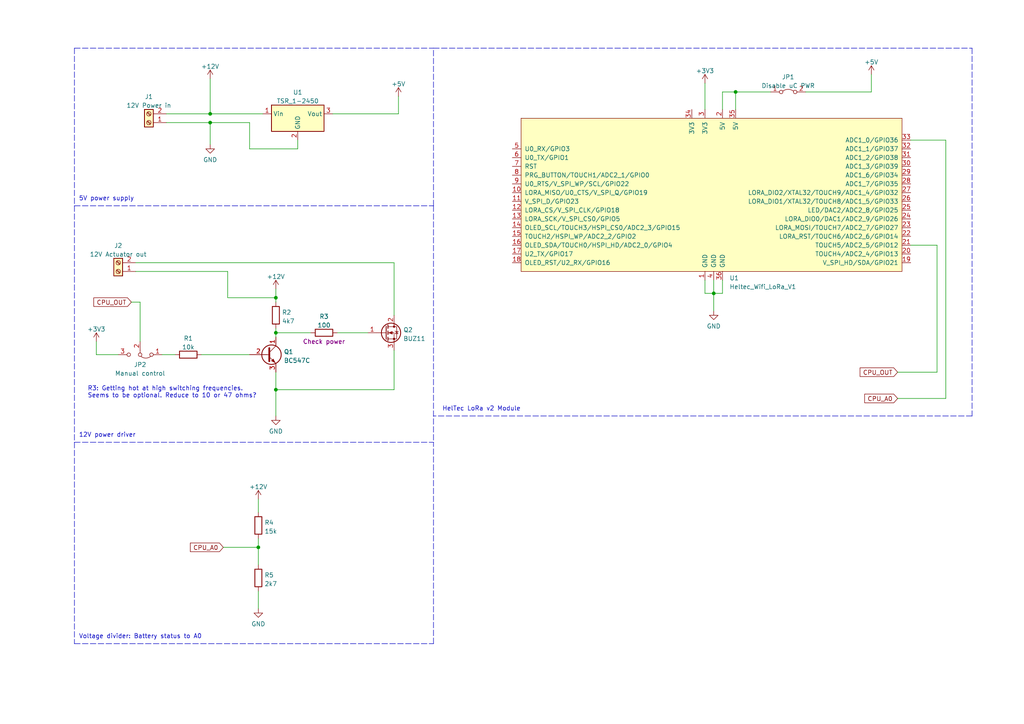
<source format=kicad_sch>
(kicad_sch (version 20211123) (generator eeschema)
  (paper "A4")
  (title_block (title "Actuator WolfNet") (date "2022-08-04") (rev "1") (company "ComNets, Uni Bremen, Jens Dede"))
  (lib_symbols
    (symbol "Connector:Screw_Terminal_01x02" (pin_names (offset 1.016) hide)
      (property "Reference" "J" (at 0 2.54 0))
      (property "Value" "Screw_Terminal_01x02" (at 0 -5.08 0))
      (symbol "Screw_Terminal_01x02_1_1"
        (rectangle (start -1.27 1.27) (end 1.27 -3.81) (stroke (width 0.254)) (fill (type background)))
        (circle (center 0 -2.54) (radius 0.635) (stroke (width 0.1524)))
        (polyline (pts (xy -0.5334 -2.2098) (xy 0.3302 -3.048)) (stroke (width 0.1524)))
        (polyline (pts (xy -0.5334 0.3302) (xy 0.3302 -0.508)) (stroke (width 0.1524)))
        (polyline (pts (xy -0.3556 -2.032) (xy 0.508 -2.8702)) (stroke (width 0.1524)))
        (polyline (pts (xy -0.3556 0.508) (xy 0.508 -0.3302)) (stroke (width 0.1524)))
        (circle (center 0 0) (radius 0.635) (stroke (width 0.1524)))
        (pin passive line (at -5.08 0 0) (length 3.81) (name "Pin_1") (number "1"))
        (pin passive line (at -5.08 -2.54 0) (length 3.81) (name "Pin_2") (number "2"))
      )
    )
    (symbol "Device:R" (pin_numbers hide) (pin_names (offset 0))
      (property "Reference" "R" (at 2.032 0 90))
      (property "Value" "R" (at 0 0 90))
      (symbol "R_0_1"
        (rectangle (start -1.016 -2.54) (end 1.016 2.54) (stroke (width 0.254)))
      )
      (symbol "R_1_1"
        (pin passive line (at 0 3.81 270) (length 1.27) (name "~") (number "1"))
        (pin passive line (at 0 -3.81 90) (length 1.27) (name "~") (number "2"))
      )
    )
    (symbol "Jumper:Jumper_2_Bridged" (pin_names (offset 0) hide)
      (property "Reference" "JP" (at 0 1.905 0))
      (property "Value" "Jumper_2_Bridged" (at 0 -2.54 0))
      (symbol "Jumper_2_Bridged_0_0"
        (circle (center -2.032 0) (radius 0.508))
        (circle (center 2.032 0) (radius 0.508))
      )
      (symbol "Jumper_2_Bridged_0_1"
        (arc (start 1.524 0.254) (mid 0 0.762) (end -1.524 0.254))
      )
      (symbol "Jumper_2_Bridged_1_1"
        (pin passive line (at -5.08 0 0) (length 2.54) (name "A") (number "1"))
        (pin passive line (at 5.08 0 180) (length 2.54) (name "B") (number "2"))
      )
    )
    (symbol "Jumper:Jumper_3_Bridged12" (pin_names (offset 0) hide)
      (property "Reference" "JP" (at -2.54 -2.54 0))
      (property "Value" "Jumper_3_Bridged12" (at 0 2.794 0))
      (symbol "Jumper_3_Bridged12_0_0"
        (circle (center -3.302 0) (radius 0.508))
        (circle (center 0 0) (radius 0.508))
        (circle (center 3.302 0) (radius 0.508))
      )
      (symbol "Jumper_3_Bridged12_0_1"
        (arc (start -0.254 0.508) (mid -1.651 0.9912) (end -3.048 0.508))
        (polyline (pts (xy 0 -1.27) (xy 0 -0.508)))
      )
      (symbol "Jumper_3_Bridged12_1_1"
        (pin passive line (at -6.35 0 0) (length 2.54) (name "A") (number "1"))
        (pin passive line (at 0 -3.81 90) (length 2.54) (name "C") (number "2"))
        (pin passive line (at 6.35 0 180) (length 2.54) (name "B") (number "3"))
      )
    )
    (symbol "Regulator_Switching:TSR_1-2450"
      (property "Reference" "U" (at -7.62 6.35 0))
      (property "Value" "TSR_1-2450" (at -1.27 6.35 0))
      (symbol "TSR_1-2450_0_1"
        (rectangle (start -7.62 5.08) (end 7.62 -2.54) (stroke (width 0.254)) (fill (type background)))
      )
      (symbol "TSR_1-2450_1_1"
        (pin power_in line (at -10.16 2.54 0) (length 2.54) (name "Vin") (number "1"))
        (pin power_in line (at 0 -5.08 90) (length 2.54) (name "GND") (number "2"))
        (pin power_out line (at 10.16 2.54 180) (length 2.54) (name "Vout") (number "3"))
      )
    )
    (symbol "Transistor_BJT:BC547" (pin_names (offset 0) hide)
      (property "Reference" "Q" (at 5.08 1.905 0))
      (property "Value" "BC547" (at 5.08 0 0))
      (symbol "BC547_0_1"
        (polyline (pts (xy 0 0) (xy 0.635 0)))
        (polyline (pts (xy 0.635 0.635) (xy 2.54 2.54)))
        (polyline (pts (xy 0.635 -0.635) (xy 2.54 -2.54) (xy 2.54 -2.54)))
        (polyline (pts (xy 0.635 1.905) (xy 0.635 -1.905) (xy 0.635 -1.905)) (stroke (width 0.508)))
        (polyline (pts (xy 1.27 -1.778) (xy 1.778 -1.27) (xy 2.286 -2.286) (xy 1.27 -1.778) (xy 1.27 -1.778)) (fill (type outline)))
        (circle (center 1.27 0) (radius 2.8194) (stroke (width 0.254)))
      )
      (symbol "BC547_1_1"
        (pin passive line (at 2.54 5.08 270) (length 2.54) (name "C") (number "1"))
        (pin input line (at -5.08 0 0) (length 5.08) (name "B") (number "2"))
        (pin passive line (at 2.54 -5.08 90) (length 2.54) (name "E") (number "3"))
      )
    )
    (symbol "Transistor_FET:BUZ11" (pin_names hide)
      (property "Reference" "Q" (at 6.35 1.905 0))
      (property "Value" "BUZ11" (at 6.35 0 0))
      (symbol "BUZ11_0_1"
        (polyline (pts (xy 0.254 0) (xy -2.54 0)))
        (polyline (pts (xy 0.254 1.905) (xy 0.254 -1.905)) (stroke (width 0.254)))
        (polyline (pts (xy 0.762 -1.27) (xy 0.762 -2.286)) (stroke (width 0.254)))
        (polyline (pts (xy 0.762 0.508) (xy 0.762 -0.508)) (stroke (width 0.254)))
        (polyline (pts (xy 0.762 2.286) (xy 0.762 1.27)) (stroke (width 0.254)))
        (polyline (pts (xy 2.54 2.54) (xy 2.54 1.778)))
        (polyline (pts (xy 2.54 -2.54) (xy 2.54 0) (xy 0.762 0)))
        (polyline (pts (xy 0.762 -1.778) (xy 3.302 -1.778) (xy 3.302 1.778) (xy 0.762 1.778)))
        (polyline (pts (xy 1.016 0) (xy 2.032 0.381) (xy 2.032 -0.381) (xy 1.016 0)) (fill (type outline)))
        (polyline (pts (xy 2.794 0.508) (xy 2.921 0.381) (xy 3.683 0.381) (xy 3.81 0.254)))
        (polyline (pts (xy 3.302 0.381) (xy 2.921 -0.254) (xy 3.683 -0.254) (xy 3.302 0.381)))
        (circle (center 1.651 0) (radius 2.794) (stroke (width 0.254)))
        (circle (center 2.54 -1.778) (radius 0.254) (fill (type outline)))
        (circle (center 2.54 1.778) (radius 0.254) (fill (type outline)))
      )
      (symbol "BUZ11_1_1"
        (pin input line (at -5.08 0 0) (length 2.54) (name "G") (number "1"))
        (pin passive line (at 2.54 5.08 270) (length 2.54) (name "D") (number "2"))
        (pin passive line (at 2.54 -5.08 90) (length 2.54) (name "S") (number "3"))
      )
    )
    (symbol "WolfNetlibs:Heltec_Wifi_LoRa_V1" (pin_names (offset 1.016))
      (property "Reference" "U" (at 0 21.59 0))
      (property "Value" "Heltec_Wifi_LoRa_V1" (at 1.27 19.05 0))
      (symbol "Heltec_Wifi_LoRa_V1_0_1"
        (rectangle (start -55.88 5.08) (end 54.61 -39.37) (fill (type background)))
      )
      (symbol "Heltec_Wifi_LoRa_V1_1_1"
        (pin power_in line (at -2.54 -41.91 90) (length 2.54) (name "GND") (number "1"))
        (pin bidirectional line (at -58.42 -16.51 0) (length 2.54) (name "LORA_MISO/U0_CTS/V_SPI_Q/GPIO19") (number "10"))
        (pin bidirectional line (at -58.42 -19.05 0) (length 2.54) (name "V_SPI_D/GPIO23") (number "11"))
        (pin bidirectional line (at -58.42 -21.59 0) (length 2.54) (name "LORA_CS/V_SPI_CLK/GPIO18") (number "12"))
        (pin bidirectional line (at -58.42 -24.13 0) (length 2.54) (name "LORA_SCK/V_SPI_CS0/GPIO5") (number "13"))
        (pin bidirectional line (at -58.42 -26.67 0) (length 2.54) (name "OLED_SCL/TOUCH3/HSPI_CS0/ADC2_3/GPIO15") (number "14"))
        (pin bidirectional line (at -58.42 -29.21 0) (length 2.54) (name "TOUCH2/HSPI_WP/ADC2_2/GPIO2") (number "15"))
        (pin bidirectional line (at -58.42 -31.75 0) (length 2.54) (name "OLED_SDA/TOUCH0/HSPI_HD/ADC2_0/GPIO4") (number "16"))
        (pin bidirectional line (at -58.42 -34.29 0) (length 2.54) (name "U2_TX/GPIO17") (number "17"))
        (pin bidirectional line (at -58.42 -36.83 0) (length 2.54) (name "OLED_RST/U2_RX/GPIO16") (number "18"))
        (pin bidirectional line (at 57.15 -36.83 180) (length 2.54) (name "V_SPI_HD/SDA/GPIO21") (number "19"))
        (pin power_in line (at 2.54 7.62 270) (length 2.54) (name "5V") (number "2"))
        (pin bidirectional line (at 57.15 -34.29 180) (length 2.54) (name "TOUCH4/ADC2_4/GPIO13") (number "20"))
        (pin bidirectional line (at 57.15 -31.75 180) (length 2.54) (name "TOUCH5/ADC2_5/GPIO12") (number "21"))
        (pin bidirectional line (at 57.15 -29.21 180) (length 2.54) (name "LORA_RST/TOUCH6/ADC2_6/GPIO14") (number "22"))
        (pin bidirectional line (at 57.15 -26.67 180) (length 2.54) (name "LORA_MOSI/TOUCH7/ADC2_7/GPIO27") (number "23"))
        (pin bidirectional line (at 57.15 -24.13 180) (length 2.54) (name "LORA_DIO0/DAC1/ADC2_9/GPIO26") (number "24"))
        (pin bidirectional line (at 57.15 -21.59 180) (length 2.54) (name "LED/DAC2/ADC2_8/GPIO25") (number "25"))
        (pin bidirectional line (at 57.15 -19.05 180) (length 2.54) (name "LORA_DIO1/XTAL32/TOUCH8/ADC1_5/GPIO33") (number "26"))
        (pin bidirectional line (at 57.15 -16.51 180) (length 2.54) (name "LORA_DIO2/XTAL32/TOUCH9/ADC1_4/GPIO32") (number "27"))
        (pin bidirectional line (at 57.15 -13.97 180) (length 2.54) (name "ADC1_7/GPIO35") (number "28"))
        (pin bidirectional line (at 57.15 -11.43 180) (length 2.54) (name "ADC1_6/GPIO34") (number "29"))
        (pin power_in line (at -2.54 7.62 270) (length 2.54) (name "3V3") (number "3"))
        (pin bidirectional line (at 57.15 -8.89 180) (length 2.54) (name "ADC1_3/GPIO39") (number "30"))
        (pin bidirectional line (at 57.15 -6.35 180) (length 2.54) (name "ADC1_2/GPIO38") (number "31"))
        (pin bidirectional line (at 57.15 -3.81 180) (length 2.54) (name "ADC1_1/GPIO37") (number "32"))
        (pin bidirectional line (at 57.15 -1.27 180) (length 2.54) (name "ADC1_0/GPIO36") (number "33"))
        (pin power_in line (at -6.35 7.62 270) (length 2.54) (name "3V3") (number "34"))
        (pin power_in line (at 6.35 7.62 270) (length 2.54) (name "5V") (number "35"))
        (pin power_in line (at 2.54 -41.91 90) (length 2.54) (name "GND") (number "36"))
        (pin power_in line (at 0 -41.91 90) (length 2.54) (name "GND") (number "4"))
        (pin bidirectional line (at -58.42 -3.81 0) (length 2.54) (name "U0_RX/GPIO3") (number "5"))
        (pin bidirectional line (at -58.42 -6.35 0) (length 2.54) (name "U0_TX/GPIO1") (number "6"))
        (pin input line (at -58.42 -8.89 0) (length 2.54) (name "RST") (number "7"))
        (pin bidirectional line (at -58.42 -11.43 0) (length 2.54) (name "PRG_BUTTON/TOUCH1/ADC2_1/GPIO0") (number "8"))
        (pin bidirectional line (at -58.42 -13.97 0) (length 2.54) (name "U0_RTS/V_SPI_WP/SCL/GPIO22") (number "9"))
      )
    )
    (symbol "power:+12V" (power) (pin_names (offset 0))
      (property "Value" "+12V" (at 0 3.556 0))
      (symbol "+12V_0_1"
        (polyline (pts (xy -0.762 1.27) (xy 0 2.54)))
        (polyline (pts (xy 0 0) (xy 0 2.54)))
        (polyline (pts (xy 0 2.54) (xy 0.762 1.27)))
      )
      (symbol "+12V_1_1"
        (pin power_in line (at 0 0 90) (length 0) hide (name "+12V") (number "1"))
      )
    )
    (symbol "power:+3V3" (power) (pin_names (offset 0))
      (property "Value" "+3V3" (at 0 3.556 0))
      (symbol "+3V3_0_1"
        (polyline (pts (xy -0.762 1.27) (xy 0 2.54)))
        (polyline (pts (xy 0 0) (xy 0 2.54)))
        (polyline (pts (xy 0 2.54) (xy 0.762 1.27)))
      )
      (symbol "+3V3_1_1"
        (pin power_in line (at 0 0 90) (length 0) hide (name "+3V3") (number "1"))
      )
    )
    (symbol "power:+5V" (power) (pin_names (offset 0))
      (property "Value" "+5V" (at 0 3.556 0))
      (symbol "+5V_0_1"
        (polyline (pts (xy -0.762 1.27) (xy 0 2.54)))
        (polyline (pts (xy 0 0) (xy 0 2.54)))
        (polyline (pts (xy 0 2.54) (xy 0.762 1.27)))
      )
      (symbol "+5V_1_1"
        (pin power_in line (at 0 0 90) (length 0) hide (name "+5V") (number "1"))
      )
    )
    (symbol "power:GND" (power) (pin_names (offset 0))
      (property "Value" "GND" (at 0 -3.81 0))
      (symbol "GND_0_1"
        (polyline (pts (xy 0 0) (xy 0 -1.27) (xy 1.27 -1.27) (xy 0 -2.54) (xy -1.27 -1.27) (xy 0 -1.27)))
      )
      (symbol "GND_1_1"
        (pin power_in line (at 0 0 270) (length 0) hide (name "GND") (number "1"))
      )
    )
  )
  (junction (at 213.36 26.67))
  (junction (at 80.01 113.03))
  (junction (at 207.01 85.09))
  (junction (at 74.93 158.75))
  (junction (at 80.01 86.36))
  (junction (at 80.01 96.52))
  (junction (at 60.96 35.56))
  (junction (at 60.96 33.02))
  (wire (pts (xy 209.55 81.28) (xy 209.55 85.09)))
  (wire (pts (xy 80.01 113.03) (xy 80.01 120.65)))
  (polyline (pts (xy 21.59 186.69) (xy 125.73 186.69)))
  (polyline (pts (xy 21.59 59.69) (xy 21.59 128.27)))
  (wire (pts (xy 58.42 102.87) (xy 72.39 102.87)))
  (wire (pts (xy 80.01 96.52) (xy 90.17 96.52)))
  (polyline (pts (xy 21.59 128.27) (xy 125.73 128.27)))
  (wire (pts (xy 260.35 115.57) (xy 274.32 115.57)))
  (wire (pts (xy 271.78 71.12) (xy 264.16 71.12)))
  (polyline (pts (xy 21.59 59.69) (xy 125.73 59.69)))
  (wire (pts (xy 204.47 85.09) (xy 207.01 85.09)))
  (wire (pts (xy 74.93 158.75) (xy 74.93 163.83)))
  (wire (pts (xy 86.36 40.64) (xy 86.36 43.18)))
  (wire (pts (xy 72.39 35.56) (xy 60.96 35.56)))
  (wire (pts (xy 39.37 76.2) (xy 114.3 76.2)))
  (polyline (pts (xy 125.73 59.69) (xy 125.73 13.97)))
  (wire (pts (xy 80.01 83.82) (xy 80.01 86.36)))
  (wire (pts (xy 66.04 86.36) (xy 80.01 86.36)))
  (wire (pts (xy 39.37 78.74) (xy 66.04 78.74)))
  (wire (pts (xy 80.01 86.36) (xy 80.01 87.63)))
  (wire (pts (xy 80.01 113.03) (xy 114.3 113.03)))
  (wire (pts (xy 60.96 35.56) (xy 60.96 41.91)))
  (polyline (pts (xy 125.73 186.69) (xy 125.73 128.27)))
  (wire (pts (xy 204.47 24.13) (xy 204.47 31.75)))
  (wire (pts (xy 86.36 43.18) (xy 72.39 43.18)))
  (wire (pts (xy 66.04 78.74) (xy 66.04 86.36)))
  (wire (pts (xy 204.47 81.28) (xy 204.47 85.09)))
  (wire (pts (xy 115.57 33.02) (xy 115.57 27.94)))
  (wire (pts (xy 114.3 101.6) (xy 114.3 113.03)))
  (wire (pts (xy 74.93 144.78) (xy 74.93 148.59)))
  (wire (pts (xy 274.32 115.57) (xy 274.32 40.64)))
  (wire (pts (xy 80.01 95.25) (xy 80.01 96.52)))
  (polyline (pts (xy 281.94 120.65) (xy 125.73 120.65)))
  (wire (pts (xy 80.01 107.95) (xy 80.01 113.03)))
  (polyline (pts (xy 21.59 128.27) (xy 21.59 186.69)))
  (wire (pts (xy 209.55 31.75) (xy 209.55 26.67)))
  (wire (pts (xy 74.93 156.21) (xy 74.93 158.75)))
  (wire (pts (xy 114.3 76.2) (xy 114.3 91.44)))
  (wire (pts (xy 34.29 102.87) (xy 27.94 102.87)))
  (wire (pts (xy 207.01 81.28) (xy 207.01 85.09)))
  (wire (pts (xy 96.52 33.02) (xy 115.57 33.02)))
  (wire (pts (xy 60.96 22.86) (xy 60.96 33.02)))
  (wire (pts (xy 60.96 33.02) (xy 76.2 33.02)))
  (wire (pts (xy 260.35 107.95) (xy 271.78 107.95)))
  (wire (pts (xy 209.55 26.67) (xy 213.36 26.67)))
  (wire (pts (xy 271.78 107.95) (xy 271.78 71.12)))
  (wire (pts (xy 74.93 171.45) (xy 74.93 176.53)))
  (wire (pts (xy 252.73 26.67) (xy 252.73 21.59)))
  (wire (pts (xy 46.99 102.87) (xy 50.8 102.87)))
  (wire (pts (xy 274.32 40.64) (xy 264.16 40.64)))
  (wire (pts (xy 80.01 96.52) (xy 80.01 97.79)))
  (polyline (pts (xy 21.59 13.97) (xy 125.73 13.97)))
  (wire (pts (xy 213.36 26.67) (xy 213.36 31.75)))
  (polyline (pts (xy 125.73 59.69) (xy 125.73 128.27)))
  (wire (pts (xy 97.79 96.52) (xy 106.68 96.52)))
  (wire (pts (xy 38.1 87.63) (xy 40.64 87.63)))
  (wire (pts (xy 27.94 102.87) (xy 27.94 99.06)))
  (wire (pts (xy 64.77 158.75) (xy 74.93 158.75)))
  (polyline (pts (xy 281.94 13.97) (xy 281.94 120.65)))
  (polyline (pts (xy 21.59 13.97) (xy 21.59 59.69)))
  (wire (pts (xy 72.39 43.18) (xy 72.39 35.56)))
  (wire (pts (xy 233.68 26.67) (xy 252.73 26.67)))
  (wire (pts (xy 207.01 85.09) (xy 207.01 90.17)))
  (wire (pts (xy 213.36 26.67) (xy 223.52 26.67)))
  (wire (pts (xy 209.55 85.09) (xy 207.01 85.09)))
  (wire (pts (xy 48.26 35.56) (xy 60.96 35.56)))
  (wire (pts (xy 40.64 87.63) (xy 40.64 99.06)))
  (wire (pts (xy 48.26 33.02) (xy 60.96 33.02)))
  (polyline (pts (xy 125.73 13.97) (xy 281.94 13.97)))
  (text "12V power driver" (at 22.86 127 0) (effects (font (size 1.27 1.27)) (justify left bottom)))
  (text "HelTec LoRa v2 Module" (at 128.27 119.38 0) (effects (font (size 1.27 1.27)) (justify left bottom)))
  (text "R3: Getting hot at high switching frequencies.\nSeems to be optional. Reduce to 10 or 47 ohms?" (at 25.4 115.57 0) (effects (font (size 1.27 1.27)) (justify left bottom)))
  (text "Voltage divider: Battery status to A0" (at 22.86 185.42 0) (effects (font (size 1.27 1.27)) (justify left bottom)))
  (text "5V power supply" (at 22.86 58.42 0) (effects (font (size 1.27 1.27)) (justify left bottom)))
  (global_label "CPU_A0" (shape input) (at 64.77 158.75 180) (property "Referenzen zwischen Schaltplänen" "${INTERSHEET_REFS}" (effects hide)))
  (global_label "CPU_A0" (shape input) (at 260.35 115.57 180) (property "Referenzen zwischen Schaltplänen" "${INTERSHEET_REFS}" (effects hide)))
  (global_label "CPU_OUT" (shape input) (at 38.1 87.63 180) (property "Referenzen zwischen Schaltplänen" "${INTERSHEET_REFS}" (effects hide)))
  (global_label "CPU_OUT" (shape input) (at 260.35 107.95 180) (property "Referenzen zwischen Schaltplänen" "${INTERSHEET_REFS}" (effects hide)))
  (symbol (lib_id "power:+3V3") (at 204.47 24.13 0) (unit 1)
    (property "Reference" "#PWR0105" (effects hide))
    (property "Value" "+3V3" (at 204.47 20.5542 0))
  )
  (symbol (lib_id "Device:R") (at 54.61 102.87 90) (unit 1)
    (property "Reference" "R1" (at 54.61 98.1542 90))
    (property "Value" "10k" (at 54.61 100.6911 90))
  )
  (symbol (lib_id "Regulator_Switching:TSR_1-2450") (at 86.36 35.56 0) (unit 1)
    (property "Reference" "U1" (at 86.36 26.7802 0))
    (property "Value" "TSR_1-2450" (at 86.36 29.3171 0))
    (property "Footprint" "Converter_DCDC:Converter_DCDC_TRACO_TSR-1_THT" (effects hide))
    (property "Datasheet" "http://www.tracopower.com/products/tsr1.pdf" (effects hide))
  )
  (symbol (lib_id "Jumper:Jumper_2_Bridged") (at 228.6 26.67 0) (unit 1)
    (property "Reference" "JP1" (at 228.6 22.3352 0))
    (property "Value" "Disable uC PWR" (at 228.6 24.8721 0))
  )
  (symbol (lib_id "Device:R") (at 93.98 96.52 90) (unit 1)
    (property "Reference" "R3" (at 93.98 91.8042 90))
    (property "Value" "100" (at 93.98 94.3411 90))
    (property "Comment" "Check power" (at 93.98 99.06 90))
  )
  (symbol (lib_id "Device:R") (at 74.93 152.4 0) (unit 1)
    (property "Reference" "R4" (at 76.708 151.5653 0) (effects (justify left)))
    (property "Value" "15k" (at 76.708 154.1022 0) (effects (justify left)))
  )
  (symbol (lib_id "Device:R") (at 74.93 167.64 0) (unit 1)
    (property "Reference" "R5" (at 76.708 166.8053 0) (effects (justify left)))
    (property "Value" "2k7" (at 76.708 169.3422 0) (effects (justify left)))
  )
  (symbol (lib_id "Transistor_FET:BUZ11") (at 111.76 96.52 0) (unit 1)
    (property "Reference" "Q2" (at 116.967 95.6853 0) (effects (justify left)))
    (property "Value" "BUZ11" (at 116.967 98.2222 0) (effects (justify left)))
    (property "Footprint" "Package_TO_SOT_THT:TO-220-3_Vertical" (effects hide))
    (property "Datasheet" "https://media.digikey.com/pdf/Data%20Sheets/Fairchild%20PDFs/BUZ11.pdf" (effects hide))
  )
  (symbol (lib_id "Jumper:Jumper_3_Bridged12") (at 40.64 102.87 180) (unit 1)
    (property "Reference" "JP2" (at 40.64 105.7646 0))
    (property "Value" "Manual control" (at 40.64 108.3015 0))
  )
  (symbol (lib_id "power:+12V") (at 60.96 22.86 0) (unit 1)
    (property "Reference" "#PWR01" (effects hide))
    (property "Value" "+12V" (at 60.96 19.2842 0))
  )
  (symbol (lib_id "power:GND") (at 80.01 120.65 0) (unit 1)
    (property "Reference" "#PWR04" (effects hide))
    (property "Value" "GND" (at 80.01 125.0934 0))
  )
  (symbol (lib_id "power:+5V") (at 115.57 27.94 0) (unit 1)
    (property "Reference" "#PWR0101" (effects hide))
    (property "Value" "+5V" (at 115.57 24.3642 0))
  )
  (symbol (lib_id "Device:R") (at 80.01 91.44 0) (unit 1)
    (property "Reference" "R2" (at 81.788 90.6053 0) (effects (justify left)))
    (property "Value" "4k7" (at 81.788 93.1422 0) (effects (justify left)))
  )
  (symbol (lib_id "WolfNetlibs:Heltec_Wifi_LoRa_V1") (at 207.01 39.37 0) (unit 1)
    (property "Reference" "U1" (at 211.5694 80.6434 0) (effects (justify left)))
    (property "Value" "Heltec_Wifi_LoRa_V1" (at 211.5694 83.1803 0) (effects (justify left)))
  )
  (symbol (lib_id "power:GND") (at 60.96 41.91 0) (unit 1)
    (property "Reference" "#PWR02" (effects hide))
    (property "Value" "GND" (at 60.96 46.3534 0))
  )
  (symbol (lib_id "Transistor_BJT:BC547") (at 77.47 102.87 0) (unit 1)
    (property "Reference" "Q1" (at 82.3214 102.0353 0) (effects (justify left)))
    (property "Value" "BC547C" (at 82.3214 104.5722 0) (effects (justify left)))
    (property "Footprint" "Package_TO_SOT_THT:TO-92_Inline" (effects hide))
    (property "Datasheet" "https://www.onsemi.com/pub/Collateral/BC550-D.pdf" (effects hide))
  )
  (symbol (lib_id "Connector:Screw_Terminal_01x02") (at 34.29 78.74 180) (unit 1)
    (property "Reference" "J2" (at 34.29 71.2302 0))
    (property "Value" "12V Actuator out" (at 34.29 73.7671 0))
  )
  (symbol (lib_id "power:GND") (at 207.01 90.17 0) (unit 1)
    (property "Reference" "#PWR0106" (effects hide))
    (property "Value" "GND" (at 207.01 94.6134 0))
  )
  (symbol (lib_id "power:+12V") (at 74.93 144.78 0) (unit 1)
    (property "Reference" "#PWR0102" (effects hide))
    (property "Value" "+12V" (at 74.93 141.2042 0))
  )
  (symbol (lib_id "power:GND") (at 74.93 176.53 0) (unit 1)
    (property "Reference" "#PWR0103" (effects hide))
    (property "Value" "GND" (at 74.93 180.9734 0))
  )
  (symbol (lib_id "power:+5V") (at 252.73 21.59 0) (unit 1)
    (property "Reference" "#PWR0107" (effects hide))
    (property "Value" "+5V" (at 252.73 18.0142 0))
  )
  (symbol (lib_id "power:+3V3") (at 27.94 99.06 0) (unit 1)
    (property "Reference" "#PWR0104" (effects hide))
    (property "Value" "+3V3" (at 27.94 95.4842 0))
  )
  (symbol (lib_id "Connector:Screw_Terminal_01x02") (at 43.18 35.56 180) (unit 1)
    (property "Reference" "J1" (at 43.18 28.0502 0))
    (property "Value" "12V Power in" (at 43.18 30.5871 0))
  )
  (symbol (lib_id "power:+12V") (at 80.01 83.82 0) (unit 1)
    (property "Reference" "#PWR03" (effects hide))
    (property "Value" "+12V" (at 80.01 80.2442 0))
  )
)
</source>
